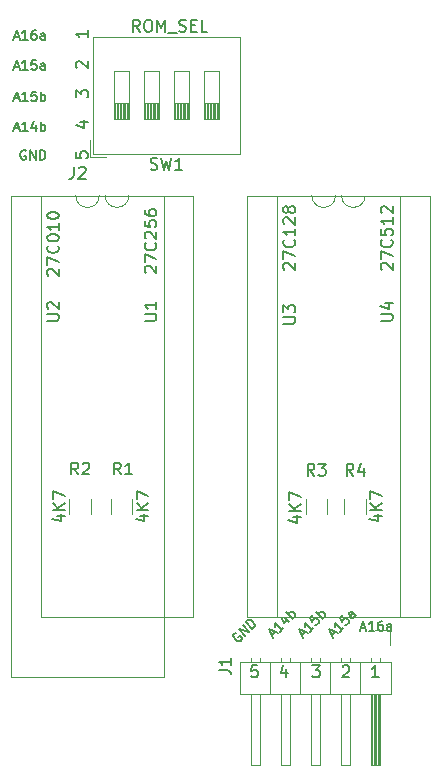
<source format=gto>
G04 #@! TF.GenerationSoftware,KiCad,Pcbnew,(5.1.6)-1*
G04 #@! TF.CreationDate,2020-09-26T15:55:14+03:00*
G04 #@! TF.ProjectId,CPC6128_MultiROM_1_2,43504336-3132-4385-9f4d-756c7469524f,rev?*
G04 #@! TF.SameCoordinates,Original*
G04 #@! TF.FileFunction,Legend,Top*
G04 #@! TF.FilePolarity,Positive*
%FSLAX46Y46*%
G04 Gerber Fmt 4.6, Leading zero omitted, Abs format (unit mm)*
G04 Created by KiCad (PCBNEW (5.1.6)-1) date 2020-09-26 15:55:14*
%MOMM*%
%LPD*%
G01*
G04 APERTURE LIST*
%ADD10C,0.150000*%
%ADD11C,0.120000*%
G04 APERTURE END LIST*
D10*
X124923714Y-56775333D02*
X125304666Y-56775333D01*
X124847523Y-57003904D02*
X125114190Y-56203904D01*
X125380857Y-57003904D01*
X126066571Y-57003904D02*
X125609428Y-57003904D01*
X125838000Y-57003904D02*
X125838000Y-56203904D01*
X125761809Y-56318190D01*
X125685619Y-56394380D01*
X125609428Y-56432476D01*
X126790380Y-56203904D02*
X126409428Y-56203904D01*
X126371333Y-56584857D01*
X126409428Y-56546761D01*
X126485619Y-56508666D01*
X126676095Y-56508666D01*
X126752285Y-56546761D01*
X126790380Y-56584857D01*
X126828476Y-56661047D01*
X126828476Y-56851523D01*
X126790380Y-56927714D01*
X126752285Y-56965809D01*
X126676095Y-57003904D01*
X126485619Y-57003904D01*
X126409428Y-56965809D01*
X126371333Y-56927714D01*
X127514190Y-57003904D02*
X127514190Y-56584857D01*
X127476095Y-56508666D01*
X127399904Y-56470571D01*
X127247523Y-56470571D01*
X127171333Y-56508666D01*
X127514190Y-56965809D02*
X127438000Y-57003904D01*
X127247523Y-57003904D01*
X127171333Y-56965809D01*
X127133238Y-56889619D01*
X127133238Y-56813428D01*
X127171333Y-56737238D01*
X127247523Y-56699142D01*
X127438000Y-56699142D01*
X127514190Y-56661047D01*
X124923714Y-59442333D02*
X125304666Y-59442333D01*
X124847523Y-59670904D02*
X125114190Y-58870904D01*
X125380857Y-59670904D01*
X126066571Y-59670904D02*
X125609428Y-59670904D01*
X125838000Y-59670904D02*
X125838000Y-58870904D01*
X125761809Y-58985190D01*
X125685619Y-59061380D01*
X125609428Y-59099476D01*
X126790380Y-58870904D02*
X126409428Y-58870904D01*
X126371333Y-59251857D01*
X126409428Y-59213761D01*
X126485619Y-59175666D01*
X126676095Y-59175666D01*
X126752285Y-59213761D01*
X126790380Y-59251857D01*
X126828476Y-59328047D01*
X126828476Y-59518523D01*
X126790380Y-59594714D01*
X126752285Y-59632809D01*
X126676095Y-59670904D01*
X126485619Y-59670904D01*
X126409428Y-59632809D01*
X126371333Y-59594714D01*
X127171333Y-59670904D02*
X127171333Y-58870904D01*
X127171333Y-59175666D02*
X127247523Y-59137571D01*
X127399904Y-59137571D01*
X127476095Y-59175666D01*
X127514190Y-59213761D01*
X127552285Y-59289952D01*
X127552285Y-59518523D01*
X127514190Y-59594714D01*
X127476095Y-59632809D01*
X127399904Y-59670904D01*
X127247523Y-59670904D01*
X127171333Y-59632809D01*
X124923714Y-54235333D02*
X125304666Y-54235333D01*
X124847523Y-54463904D02*
X125114190Y-53663904D01*
X125380857Y-54463904D01*
X126066571Y-54463904D02*
X125609428Y-54463904D01*
X125838000Y-54463904D02*
X125838000Y-53663904D01*
X125761809Y-53778190D01*
X125685619Y-53854380D01*
X125609428Y-53892476D01*
X126752285Y-53663904D02*
X126599904Y-53663904D01*
X126523714Y-53702000D01*
X126485619Y-53740095D01*
X126409428Y-53854380D01*
X126371333Y-54006761D01*
X126371333Y-54311523D01*
X126409428Y-54387714D01*
X126447523Y-54425809D01*
X126523714Y-54463904D01*
X126676095Y-54463904D01*
X126752285Y-54425809D01*
X126790380Y-54387714D01*
X126828476Y-54311523D01*
X126828476Y-54121047D01*
X126790380Y-54044857D01*
X126752285Y-54006761D01*
X126676095Y-53968666D01*
X126523714Y-53968666D01*
X126447523Y-54006761D01*
X126409428Y-54044857D01*
X126371333Y-54121047D01*
X127514190Y-54463904D02*
X127514190Y-54044857D01*
X127476095Y-53968666D01*
X127399904Y-53930571D01*
X127247523Y-53930571D01*
X127171333Y-53968666D01*
X127514190Y-54425809D02*
X127438000Y-54463904D01*
X127247523Y-54463904D01*
X127171333Y-54425809D01*
X127133238Y-54349619D01*
X127133238Y-54273428D01*
X127171333Y-54197238D01*
X127247523Y-54159142D01*
X127438000Y-54159142D01*
X127514190Y-54121047D01*
X124923714Y-61982333D02*
X125304666Y-61982333D01*
X124847523Y-62210904D02*
X125114190Y-61410904D01*
X125380857Y-62210904D01*
X126066571Y-62210904D02*
X125609428Y-62210904D01*
X125838000Y-62210904D02*
X125838000Y-61410904D01*
X125761809Y-61525190D01*
X125685619Y-61601380D01*
X125609428Y-61639476D01*
X126752285Y-61677571D02*
X126752285Y-62210904D01*
X126561809Y-61372809D02*
X126371333Y-61944238D01*
X126866571Y-61944238D01*
X127171333Y-62210904D02*
X127171333Y-61410904D01*
X127171333Y-61715666D02*
X127247523Y-61677571D01*
X127399904Y-61677571D01*
X127476095Y-61715666D01*
X127514190Y-61753761D01*
X127552285Y-61829952D01*
X127552285Y-62058523D01*
X127514190Y-62134714D01*
X127476095Y-62172809D01*
X127399904Y-62210904D01*
X127247523Y-62210904D01*
X127171333Y-62172809D01*
X125882476Y-63862000D02*
X125806285Y-63823904D01*
X125692000Y-63823904D01*
X125577714Y-63862000D01*
X125501523Y-63938190D01*
X125463428Y-64014380D01*
X125425333Y-64166761D01*
X125425333Y-64281047D01*
X125463428Y-64433428D01*
X125501523Y-64509619D01*
X125577714Y-64585809D01*
X125692000Y-64623904D01*
X125768190Y-64623904D01*
X125882476Y-64585809D01*
X125920571Y-64547714D01*
X125920571Y-64281047D01*
X125768190Y-64281047D01*
X126263428Y-64623904D02*
X126263428Y-63823904D01*
X126720571Y-64623904D01*
X126720571Y-63823904D01*
X127101523Y-64623904D02*
X127101523Y-63823904D01*
X127292000Y-63823904D01*
X127406285Y-63862000D01*
X127482476Y-63938190D01*
X127520571Y-64014380D01*
X127558666Y-64166761D01*
X127558666Y-64281047D01*
X127520571Y-64433428D01*
X127482476Y-64509619D01*
X127406285Y-64585809D01*
X127292000Y-64623904D01*
X127101523Y-64623904D01*
X130124380Y-63984904D02*
X130124380Y-64461095D01*
X130600571Y-64508714D01*
X130552952Y-64461095D01*
X130505333Y-64365857D01*
X130505333Y-64127761D01*
X130552952Y-64032523D01*
X130600571Y-63984904D01*
X130695809Y-63937285D01*
X130933904Y-63937285D01*
X131029142Y-63984904D01*
X131076761Y-64032523D01*
X131124380Y-64127761D01*
X131124380Y-64365857D01*
X131076761Y-64461095D01*
X131029142Y-64508714D01*
X130507714Y-61432523D02*
X131174380Y-61432523D01*
X130126761Y-61670619D02*
X130841047Y-61908714D01*
X130841047Y-61289666D01*
X130174380Y-59356333D02*
X130174380Y-58737285D01*
X130555333Y-59070619D01*
X130555333Y-58927761D01*
X130602952Y-58832523D01*
X130650571Y-58784904D01*
X130745809Y-58737285D01*
X130983904Y-58737285D01*
X131079142Y-58784904D01*
X131126761Y-58832523D01*
X131174380Y-58927761D01*
X131174380Y-59213476D01*
X131126761Y-59308714D01*
X131079142Y-59356333D01*
X130219619Y-56858714D02*
X130172000Y-56811095D01*
X130124380Y-56715857D01*
X130124380Y-56477761D01*
X130172000Y-56382523D01*
X130219619Y-56334904D01*
X130314857Y-56287285D01*
X130410095Y-56287285D01*
X130552952Y-56334904D01*
X131124380Y-56906333D01*
X131124380Y-56287285D01*
X131124380Y-53687285D02*
X131124380Y-54258714D01*
X131124380Y-53973000D02*
X130124380Y-53973000D01*
X130267238Y-54068238D01*
X130362476Y-54163476D01*
X130410095Y-54258714D01*
X155785714Y-108452380D02*
X155214285Y-108452380D01*
X155500000Y-108452380D02*
X155500000Y-107452380D01*
X155404761Y-107595238D01*
X155309523Y-107690476D01*
X155214285Y-107738095D01*
X152714285Y-107547619D02*
X152761904Y-107500000D01*
X152857142Y-107452380D01*
X153095238Y-107452380D01*
X153190476Y-107500000D01*
X153238095Y-107547619D01*
X153285714Y-107642857D01*
X153285714Y-107738095D01*
X153238095Y-107880952D01*
X152666666Y-108452380D01*
X153285714Y-108452380D01*
X150166666Y-107452380D02*
X150785714Y-107452380D01*
X150452380Y-107833333D01*
X150595238Y-107833333D01*
X150690476Y-107880952D01*
X150738095Y-107928571D01*
X150785714Y-108023809D01*
X150785714Y-108261904D01*
X150738095Y-108357142D01*
X150690476Y-108404761D01*
X150595238Y-108452380D01*
X150309523Y-108452380D01*
X150214285Y-108404761D01*
X150166666Y-108357142D01*
X147940476Y-107785714D02*
X147940476Y-108452380D01*
X147702380Y-107404761D02*
X147464285Y-108119047D01*
X148083333Y-108119047D01*
X145488095Y-107452380D02*
X145011904Y-107452380D01*
X144964285Y-107928571D01*
X145011904Y-107880952D01*
X145107142Y-107833333D01*
X145345238Y-107833333D01*
X145440476Y-107880952D01*
X145488095Y-107928571D01*
X145535714Y-108023809D01*
X145535714Y-108261904D01*
X145488095Y-108357142D01*
X145440476Y-108404761D01*
X145345238Y-108452380D01*
X145107142Y-108452380D01*
X145011904Y-108404761D01*
X144964285Y-108357142D01*
X143685158Y-104669155D02*
X143604346Y-104696093D01*
X143523534Y-104776905D01*
X143469659Y-104884654D01*
X143469659Y-104992404D01*
X143496597Y-105073216D01*
X143577409Y-105207903D01*
X143658221Y-105288715D01*
X143792908Y-105369528D01*
X143873720Y-105396465D01*
X143981470Y-105396465D01*
X144089219Y-105342590D01*
X144143094Y-105288715D01*
X144196969Y-105180966D01*
X144196969Y-105127091D01*
X144008407Y-104938529D01*
X143900658Y-105046279D01*
X144493280Y-104938529D02*
X143927595Y-104372844D01*
X144816529Y-104615280D01*
X144250844Y-104049595D01*
X145085903Y-104345906D02*
X144520218Y-103780221D01*
X144654905Y-103645534D01*
X144762654Y-103591659D01*
X144870404Y-103591659D01*
X144951216Y-103618597D01*
X145085903Y-103699409D01*
X145166715Y-103780221D01*
X145247528Y-103914908D01*
X145274465Y-103995720D01*
X145274465Y-104103470D01*
X145220590Y-104211219D01*
X145085903Y-104345906D01*
X146738940Y-104909621D02*
X147008314Y-104640247D01*
X146846690Y-105125120D02*
X146469566Y-104370873D01*
X147223813Y-104747996D01*
X147708687Y-104263123D02*
X147385438Y-104586372D01*
X147547062Y-104424748D02*
X146981377Y-103859062D01*
X147008314Y-103993749D01*
X147008314Y-104101499D01*
X146981377Y-104182311D01*
X147816436Y-103401126D02*
X148193560Y-103778250D01*
X147466250Y-103320314D02*
X147735624Y-103859062D01*
X148085810Y-103508876D01*
X148489871Y-103481938D02*
X147924186Y-102916253D01*
X148139685Y-103131752D02*
X148166622Y-103050940D01*
X148274372Y-102943190D01*
X148355184Y-102916253D01*
X148409059Y-102916253D01*
X148489871Y-102943190D01*
X148651496Y-103104815D01*
X148678433Y-103185627D01*
X148678433Y-103239502D01*
X148651496Y-103320314D01*
X148543746Y-103428064D01*
X148462934Y-103455001D01*
X149278940Y-104909621D02*
X149548314Y-104640247D01*
X149386690Y-105125120D02*
X149009566Y-104370873D01*
X149763813Y-104747996D01*
X150248687Y-104263123D02*
X149925438Y-104586372D01*
X150087062Y-104424748D02*
X149521377Y-103859062D01*
X149548314Y-103993749D01*
X149548314Y-104101499D01*
X149521377Y-104182311D01*
X150194812Y-103185627D02*
X149925438Y-103455001D01*
X150167874Y-103751312D01*
X150167874Y-103697438D01*
X150194812Y-103616625D01*
X150329499Y-103481938D01*
X150410311Y-103455001D01*
X150464186Y-103455001D01*
X150544998Y-103481938D01*
X150679685Y-103616625D01*
X150706622Y-103697438D01*
X150706622Y-103751312D01*
X150679685Y-103832125D01*
X150544998Y-103966812D01*
X150464186Y-103993749D01*
X150410311Y-103993749D01*
X151029871Y-103481938D02*
X150464186Y-102916253D01*
X150679685Y-103131752D02*
X150706622Y-103050940D01*
X150814372Y-102943190D01*
X150895184Y-102916253D01*
X150949059Y-102916253D01*
X151029871Y-102943190D01*
X151191496Y-103104815D01*
X151218433Y-103185627D01*
X151218433Y-103239502D01*
X151191496Y-103320314D01*
X151083746Y-103428064D01*
X151002934Y-103455001D01*
X154260714Y-104273333D02*
X154641666Y-104273333D01*
X154184523Y-104501904D02*
X154451190Y-103701904D01*
X154717857Y-104501904D01*
X155403571Y-104501904D02*
X154946428Y-104501904D01*
X155175000Y-104501904D02*
X155175000Y-103701904D01*
X155098809Y-103816190D01*
X155022619Y-103892380D01*
X154946428Y-103930476D01*
X156089285Y-103701904D02*
X155936904Y-103701904D01*
X155860714Y-103740000D01*
X155822619Y-103778095D01*
X155746428Y-103892380D01*
X155708333Y-104044761D01*
X155708333Y-104349523D01*
X155746428Y-104425714D01*
X155784523Y-104463809D01*
X155860714Y-104501904D01*
X156013095Y-104501904D01*
X156089285Y-104463809D01*
X156127380Y-104425714D01*
X156165476Y-104349523D01*
X156165476Y-104159047D01*
X156127380Y-104082857D01*
X156089285Y-104044761D01*
X156013095Y-104006666D01*
X155860714Y-104006666D01*
X155784523Y-104044761D01*
X155746428Y-104082857D01*
X155708333Y-104159047D01*
X156851190Y-104501904D02*
X156851190Y-104082857D01*
X156813095Y-104006666D01*
X156736904Y-103968571D01*
X156584523Y-103968571D01*
X156508333Y-104006666D01*
X156851190Y-104463809D02*
X156775000Y-104501904D01*
X156584523Y-104501904D01*
X156508333Y-104463809D01*
X156470238Y-104387619D01*
X156470238Y-104311428D01*
X156508333Y-104235238D01*
X156584523Y-104197142D01*
X156775000Y-104197142D01*
X156851190Y-104159047D01*
X151818940Y-104909621D02*
X152088314Y-104640247D01*
X151926690Y-105125120D02*
X151549566Y-104370873D01*
X152303813Y-104747996D01*
X152788687Y-104263123D02*
X152465438Y-104586372D01*
X152627062Y-104424748D02*
X152061377Y-103859062D01*
X152088314Y-103993749D01*
X152088314Y-104101499D01*
X152061377Y-104182311D01*
X152734812Y-103185627D02*
X152465438Y-103455001D01*
X152707874Y-103751312D01*
X152707874Y-103697438D01*
X152734812Y-103616625D01*
X152869499Y-103481938D01*
X152950311Y-103455001D01*
X153004186Y-103455001D01*
X153084998Y-103481938D01*
X153219685Y-103616625D01*
X153246622Y-103697438D01*
X153246622Y-103751312D01*
X153219685Y-103832125D01*
X153084998Y-103966812D01*
X153004186Y-103993749D01*
X152950311Y-103993749D01*
X153812308Y-103239502D02*
X153515996Y-102943190D01*
X153435184Y-102916253D01*
X153354372Y-102943190D01*
X153246622Y-103050940D01*
X153219685Y-103131752D01*
X153785370Y-103212564D02*
X153758433Y-103293377D01*
X153623746Y-103428064D01*
X153542934Y-103455001D01*
X153462122Y-103428064D01*
X153408247Y-103374189D01*
X153381309Y-103293377D01*
X153408247Y-103212564D01*
X153542934Y-103077877D01*
X153569871Y-102997065D01*
D11*
X152840000Y-94602064D02*
X152840000Y-93397936D01*
X154660000Y-94602064D02*
X154660000Y-93397936D01*
X149590000Y-94602064D02*
X149590000Y-93397936D01*
X151410000Y-94602064D02*
X151410000Y-93397936D01*
X129590000Y-94602064D02*
X129590000Y-93397936D01*
X131410000Y-94602064D02*
X131410000Y-93397936D01*
X133090000Y-94602064D02*
X133090000Y-93397936D01*
X134910000Y-94602064D02*
X134910000Y-93397936D01*
X140985000Y-59866667D02*
X142255000Y-59866667D01*
X142185000Y-61220000D02*
X142185000Y-59866667D01*
X142065000Y-61220000D02*
X142065000Y-59866667D01*
X141945000Y-61220000D02*
X141945000Y-59866667D01*
X141825000Y-61220000D02*
X141825000Y-59866667D01*
X141705000Y-61220000D02*
X141705000Y-59866667D01*
X141585000Y-61220000D02*
X141585000Y-59866667D01*
X141465000Y-61220000D02*
X141465000Y-59866667D01*
X141345000Y-61220000D02*
X141345000Y-59866667D01*
X141225000Y-61220000D02*
X141225000Y-59866667D01*
X141105000Y-61220000D02*
X141105000Y-59866667D01*
X140985000Y-57160000D02*
X140985000Y-61220000D01*
X142255000Y-57160000D02*
X140985000Y-57160000D01*
X142255000Y-61220000D02*
X142255000Y-57160000D01*
X140985000Y-61220000D02*
X142255000Y-61220000D01*
X138445000Y-59866667D02*
X139715000Y-59866667D01*
X139645000Y-61220000D02*
X139645000Y-59866667D01*
X139525000Y-61220000D02*
X139525000Y-59866667D01*
X139405000Y-61220000D02*
X139405000Y-59866667D01*
X139285000Y-61220000D02*
X139285000Y-59866667D01*
X139165000Y-61220000D02*
X139165000Y-59866667D01*
X139045000Y-61220000D02*
X139045000Y-59866667D01*
X138925000Y-61220000D02*
X138925000Y-59866667D01*
X138805000Y-61220000D02*
X138805000Y-59866667D01*
X138685000Y-61220000D02*
X138685000Y-59866667D01*
X138565000Y-61220000D02*
X138565000Y-59866667D01*
X138445000Y-57160000D02*
X138445000Y-61220000D01*
X139715000Y-57160000D02*
X138445000Y-57160000D01*
X139715000Y-61220000D02*
X139715000Y-57160000D01*
X138445000Y-61220000D02*
X139715000Y-61220000D01*
X135905000Y-59866667D02*
X137175000Y-59866667D01*
X137105000Y-61220000D02*
X137105000Y-59866667D01*
X136985000Y-61220000D02*
X136985000Y-59866667D01*
X136865000Y-61220000D02*
X136865000Y-59866667D01*
X136745000Y-61220000D02*
X136745000Y-59866667D01*
X136625000Y-61220000D02*
X136625000Y-59866667D01*
X136505000Y-61220000D02*
X136505000Y-59866667D01*
X136385000Y-61220000D02*
X136385000Y-59866667D01*
X136265000Y-61220000D02*
X136265000Y-59866667D01*
X136145000Y-61220000D02*
X136145000Y-59866667D01*
X136025000Y-61220000D02*
X136025000Y-59866667D01*
X135905000Y-57160000D02*
X135905000Y-61220000D01*
X137175000Y-57160000D02*
X135905000Y-57160000D01*
X137175000Y-61220000D02*
X137175000Y-57160000D01*
X135905000Y-61220000D02*
X137175000Y-61220000D01*
X133365000Y-59866667D02*
X134635000Y-59866667D01*
X134565000Y-61220000D02*
X134565000Y-59866667D01*
X134445000Y-61220000D02*
X134445000Y-59866667D01*
X134325000Y-61220000D02*
X134325000Y-59866667D01*
X134205000Y-61220000D02*
X134205000Y-59866667D01*
X134085000Y-61220000D02*
X134085000Y-59866667D01*
X133965000Y-61220000D02*
X133965000Y-59866667D01*
X133845000Y-61220000D02*
X133845000Y-59866667D01*
X133725000Y-61220000D02*
X133725000Y-59866667D01*
X133605000Y-61220000D02*
X133605000Y-59866667D01*
X133485000Y-61220000D02*
X133485000Y-59866667D01*
X133365000Y-57160000D02*
X133365000Y-61220000D01*
X134635000Y-57160000D02*
X133365000Y-57160000D01*
X134635000Y-61220000D02*
X134635000Y-57160000D01*
X133365000Y-61220000D02*
X134635000Y-61220000D01*
X131340000Y-64380000D02*
X132723000Y-64380000D01*
X131340000Y-64380000D02*
X131340000Y-62996000D01*
X131580000Y-54240000D02*
X144040000Y-54240000D01*
X131580000Y-64140000D02*
X144040000Y-64140000D01*
X144040000Y-64140000D02*
X144040000Y-54240000D01*
X131580000Y-64140000D02*
X131580000Y-54240000D01*
X157580000Y-67670000D02*
X152120000Y-67670000D01*
X157580000Y-103350000D02*
X157580000Y-67670000D01*
X144660000Y-103350000D02*
X157580000Y-103350000D01*
X144660000Y-67670000D02*
X144660000Y-103350000D01*
X150120000Y-67670000D02*
X144660000Y-67670000D01*
X152120000Y-67670000D02*
G75*
G02*
X150120000Y-67670000I-1000000J0D01*
G01*
X156770000Y-104480000D02*
X156770000Y-105750000D01*
X155500000Y-104480000D02*
X156770000Y-104480000D01*
X144960000Y-106792929D02*
X144960000Y-107190000D01*
X145720000Y-106792929D02*
X145720000Y-107190000D01*
X144960000Y-115850000D02*
X144960000Y-109850000D01*
X145720000Y-115850000D02*
X144960000Y-115850000D01*
X145720000Y-109850000D02*
X145720000Y-115850000D01*
X146610000Y-107190000D02*
X146610000Y-109850000D01*
X147500000Y-106792929D02*
X147500000Y-107190000D01*
X148260000Y-106792929D02*
X148260000Y-107190000D01*
X147500000Y-115850000D02*
X147500000Y-109850000D01*
X148260000Y-115850000D02*
X147500000Y-115850000D01*
X148260000Y-109850000D02*
X148260000Y-115850000D01*
X149150000Y-107190000D02*
X149150000Y-109850000D01*
X150040000Y-106792929D02*
X150040000Y-107190000D01*
X150800000Y-106792929D02*
X150800000Y-107190000D01*
X150040000Y-115850000D02*
X150040000Y-109850000D01*
X150800000Y-115850000D02*
X150040000Y-115850000D01*
X150800000Y-109850000D02*
X150800000Y-115850000D01*
X151690000Y-107190000D02*
X151690000Y-109850000D01*
X152580000Y-106792929D02*
X152580000Y-107190000D01*
X153340000Y-106792929D02*
X153340000Y-107190000D01*
X152580000Y-115850000D02*
X152580000Y-109850000D01*
X153340000Y-115850000D02*
X152580000Y-115850000D01*
X153340000Y-109850000D02*
X153340000Y-115850000D01*
X154230000Y-107190000D02*
X154230000Y-109850000D01*
X155120000Y-106860000D02*
X155120000Y-107190000D01*
X155880000Y-106860000D02*
X155880000Y-107190000D01*
X155220000Y-109850000D02*
X155220000Y-115850000D01*
X155340000Y-109850000D02*
X155340000Y-115850000D01*
X155460000Y-109850000D02*
X155460000Y-115850000D01*
X155580000Y-109850000D02*
X155580000Y-115850000D01*
X155700000Y-109850000D02*
X155700000Y-115850000D01*
X155820000Y-109850000D02*
X155820000Y-115850000D01*
X155120000Y-115850000D02*
X155120000Y-109850000D01*
X155880000Y-115850000D02*
X155120000Y-115850000D01*
X155880000Y-109850000D02*
X155880000Y-115850000D01*
X156830000Y-109850000D02*
X156830000Y-107190000D01*
X144010000Y-109850000D02*
X156830000Y-109850000D01*
X144010000Y-107190000D02*
X144010000Y-109850000D01*
X156830000Y-107190000D02*
X144010000Y-107190000D01*
X160080000Y-67670000D02*
X154620000Y-67670000D01*
X160080000Y-103350000D02*
X160080000Y-67670000D01*
X147160000Y-103350000D02*
X160080000Y-103350000D01*
X147160000Y-67670000D02*
X147160000Y-103350000D01*
X152620000Y-67670000D02*
X147160000Y-67670000D01*
X154620000Y-67670000D02*
G75*
G02*
X152620000Y-67670000I-1000000J0D01*
G01*
X137580000Y-67670000D02*
X132120000Y-67670000D01*
X137580000Y-108430000D02*
X137580000Y-67670000D01*
X124660000Y-108430000D02*
X137580000Y-108430000D01*
X124660000Y-67670000D02*
X124660000Y-108430000D01*
X130120000Y-67670000D02*
X124660000Y-67670000D01*
X132120000Y-67670000D02*
G75*
G02*
X130120000Y-67670000I-1000000J0D01*
G01*
X140080000Y-67670000D02*
X134620000Y-67670000D01*
X140080000Y-103350000D02*
X140080000Y-67670000D01*
X127160000Y-103350000D02*
X140080000Y-103350000D01*
X127160000Y-67670000D02*
X127160000Y-103350000D01*
X132620000Y-67670000D02*
X127160000Y-67670000D01*
X134620000Y-67670000D02*
G75*
G02*
X132620000Y-67670000I-1000000J0D01*
G01*
D10*
X153630333Y-91384380D02*
X153297000Y-90908190D01*
X153058904Y-91384380D02*
X153058904Y-90384380D01*
X153439857Y-90384380D01*
X153535095Y-90432000D01*
X153582714Y-90479619D01*
X153630333Y-90574857D01*
X153630333Y-90717714D01*
X153582714Y-90812952D01*
X153535095Y-90860571D01*
X153439857Y-90908190D01*
X153058904Y-90908190D01*
X154487476Y-90717714D02*
X154487476Y-91384380D01*
X154249380Y-90336761D02*
X154011285Y-91051047D01*
X154630333Y-91051047D01*
X155355714Y-94785714D02*
X156022380Y-94785714D01*
X154974761Y-95023809D02*
X155689047Y-95261904D01*
X155689047Y-94642857D01*
X156022380Y-94261904D02*
X155022380Y-94261904D01*
X156022380Y-93690476D02*
X155450952Y-94119047D01*
X155022380Y-93690476D02*
X155593809Y-94261904D01*
X155022380Y-93357142D02*
X155022380Y-92690476D01*
X156022380Y-93119047D01*
X150328333Y-91384380D02*
X149995000Y-90908190D01*
X149756904Y-91384380D02*
X149756904Y-90384380D01*
X150137857Y-90384380D01*
X150233095Y-90432000D01*
X150280714Y-90479619D01*
X150328333Y-90574857D01*
X150328333Y-90717714D01*
X150280714Y-90812952D01*
X150233095Y-90860571D01*
X150137857Y-90908190D01*
X149756904Y-90908190D01*
X150661666Y-90384380D02*
X151280714Y-90384380D01*
X150947380Y-90765333D01*
X151090238Y-90765333D01*
X151185476Y-90812952D01*
X151233095Y-90860571D01*
X151280714Y-90955809D01*
X151280714Y-91193904D01*
X151233095Y-91289142D01*
X151185476Y-91336761D01*
X151090238Y-91384380D01*
X150804523Y-91384380D01*
X150709285Y-91336761D01*
X150661666Y-91289142D01*
X148502714Y-94892714D02*
X149169380Y-94892714D01*
X148121761Y-95130809D02*
X148836047Y-95368904D01*
X148836047Y-94749857D01*
X149169380Y-94368904D02*
X148169380Y-94368904D01*
X149169380Y-93797476D02*
X148597952Y-94226047D01*
X148169380Y-93797476D02*
X148740809Y-94368904D01*
X148169380Y-93464142D02*
X148169380Y-92797476D01*
X149169380Y-93226047D01*
X130333333Y-91273380D02*
X130000000Y-90797190D01*
X129761904Y-91273380D02*
X129761904Y-90273380D01*
X130142857Y-90273380D01*
X130238095Y-90321000D01*
X130285714Y-90368619D01*
X130333333Y-90463857D01*
X130333333Y-90606714D01*
X130285714Y-90701952D01*
X130238095Y-90749571D01*
X130142857Y-90797190D01*
X129761904Y-90797190D01*
X130714285Y-90368619D02*
X130761904Y-90321000D01*
X130857142Y-90273380D01*
X131095238Y-90273380D01*
X131190476Y-90321000D01*
X131238095Y-90368619D01*
X131285714Y-90463857D01*
X131285714Y-90559095D01*
X131238095Y-90701952D01*
X130666666Y-91273380D01*
X131285714Y-91273380D01*
X128507714Y-94785714D02*
X129174380Y-94785714D01*
X128126761Y-95023809D02*
X128841047Y-95261904D01*
X128841047Y-94642857D01*
X129174380Y-94261904D02*
X128174380Y-94261904D01*
X129174380Y-93690476D02*
X128602952Y-94119047D01*
X128174380Y-93690476D02*
X128745809Y-94261904D01*
X128174380Y-93357142D02*
X128174380Y-92690476D01*
X129174380Y-93119047D01*
X133945333Y-91273380D02*
X133612000Y-90797190D01*
X133373904Y-91273380D02*
X133373904Y-90273380D01*
X133754857Y-90273380D01*
X133850095Y-90321000D01*
X133897714Y-90368619D01*
X133945333Y-90463857D01*
X133945333Y-90606714D01*
X133897714Y-90701952D01*
X133850095Y-90749571D01*
X133754857Y-90797190D01*
X133373904Y-90797190D01*
X134897714Y-91273380D02*
X134326285Y-91273380D01*
X134612000Y-91273380D02*
X134612000Y-90273380D01*
X134516761Y-90416238D01*
X134421523Y-90511476D01*
X134326285Y-90559095D01*
X135605714Y-94785714D02*
X136272380Y-94785714D01*
X135224761Y-95023809D02*
X135939047Y-95261904D01*
X135939047Y-94642857D01*
X136272380Y-94261904D02*
X135272380Y-94261904D01*
X136272380Y-93690476D02*
X135700952Y-94119047D01*
X135272380Y-93690476D02*
X135843809Y-94261904D01*
X135272380Y-93357142D02*
X135272380Y-92690476D01*
X136272380Y-93119047D01*
X136466666Y-65428761D02*
X136609523Y-65476380D01*
X136847619Y-65476380D01*
X136942857Y-65428761D01*
X136990476Y-65381142D01*
X137038095Y-65285904D01*
X137038095Y-65190666D01*
X136990476Y-65095428D01*
X136942857Y-65047809D01*
X136847619Y-65000190D01*
X136657142Y-64952571D01*
X136561904Y-64904952D01*
X136514285Y-64857333D01*
X136466666Y-64762095D01*
X136466666Y-64666857D01*
X136514285Y-64571619D01*
X136561904Y-64524000D01*
X136657142Y-64476380D01*
X136895238Y-64476380D01*
X137038095Y-64524000D01*
X137371428Y-64476380D02*
X137609523Y-65476380D01*
X137800000Y-64762095D01*
X137990476Y-65476380D01*
X138228571Y-64476380D01*
X139133333Y-65476380D02*
X138561904Y-65476380D01*
X138847619Y-65476380D02*
X138847619Y-64476380D01*
X138752380Y-64619238D01*
X138657142Y-64714476D01*
X138561904Y-64762095D01*
X135549000Y-53792380D02*
X135215666Y-53316190D01*
X134977571Y-53792380D02*
X134977571Y-52792380D01*
X135358523Y-52792380D01*
X135453761Y-52840000D01*
X135501380Y-52887619D01*
X135549000Y-52982857D01*
X135549000Y-53125714D01*
X135501380Y-53220952D01*
X135453761Y-53268571D01*
X135358523Y-53316190D01*
X134977571Y-53316190D01*
X136168047Y-52792380D02*
X136358523Y-52792380D01*
X136453761Y-52840000D01*
X136549000Y-52935238D01*
X136596619Y-53125714D01*
X136596619Y-53459047D01*
X136549000Y-53649523D01*
X136453761Y-53744761D01*
X136358523Y-53792380D01*
X136168047Y-53792380D01*
X136072809Y-53744761D01*
X135977571Y-53649523D01*
X135929952Y-53459047D01*
X135929952Y-53125714D01*
X135977571Y-52935238D01*
X136072809Y-52840000D01*
X136168047Y-52792380D01*
X137025190Y-53792380D02*
X137025190Y-52792380D01*
X137358523Y-53506666D01*
X137691857Y-52792380D01*
X137691857Y-53792380D01*
X137929952Y-53887619D02*
X138691857Y-53887619D01*
X138882333Y-53744761D02*
X139025190Y-53792380D01*
X139263285Y-53792380D01*
X139358523Y-53744761D01*
X139406142Y-53697142D01*
X139453761Y-53601904D01*
X139453761Y-53506666D01*
X139406142Y-53411428D01*
X139358523Y-53363809D01*
X139263285Y-53316190D01*
X139072809Y-53268571D01*
X138977571Y-53220952D01*
X138929952Y-53173333D01*
X138882333Y-53078095D01*
X138882333Y-52982857D01*
X138929952Y-52887619D01*
X138977571Y-52840000D01*
X139072809Y-52792380D01*
X139310904Y-52792380D01*
X139453761Y-52840000D01*
X139882333Y-53268571D02*
X140215666Y-53268571D01*
X140358523Y-53792380D02*
X139882333Y-53792380D01*
X139882333Y-52792380D01*
X140358523Y-52792380D01*
X141263285Y-53792380D02*
X140787095Y-53792380D01*
X140787095Y-52792380D01*
X129968666Y-65238380D02*
X129968666Y-65952666D01*
X129921047Y-66095523D01*
X129825809Y-66190761D01*
X129682952Y-66238380D01*
X129587714Y-66238380D01*
X130397238Y-65333619D02*
X130444857Y-65286000D01*
X130540095Y-65238380D01*
X130778190Y-65238380D01*
X130873428Y-65286000D01*
X130921047Y-65333619D01*
X130968666Y-65428857D01*
X130968666Y-65524095D01*
X130921047Y-65666952D01*
X130349619Y-66238380D01*
X130968666Y-66238380D01*
X147702380Y-78511904D02*
X148511904Y-78511904D01*
X148607142Y-78464285D01*
X148654761Y-78416666D01*
X148702380Y-78321428D01*
X148702380Y-78130952D01*
X148654761Y-78035714D01*
X148607142Y-77988095D01*
X148511904Y-77940476D01*
X147702380Y-77940476D01*
X147702380Y-77559523D02*
X147702380Y-76940476D01*
X148083333Y-77273809D01*
X148083333Y-77130952D01*
X148130952Y-77035714D01*
X148178571Y-76988095D01*
X148273809Y-76940476D01*
X148511904Y-76940476D01*
X148607142Y-76988095D01*
X148654761Y-77035714D01*
X148702380Y-77130952D01*
X148702380Y-77416666D01*
X148654761Y-77511904D01*
X148607142Y-77559523D01*
X147797619Y-73940476D02*
X147750000Y-73892857D01*
X147702380Y-73797619D01*
X147702380Y-73559523D01*
X147750000Y-73464285D01*
X147797619Y-73416666D01*
X147892857Y-73369047D01*
X147988095Y-73369047D01*
X148130952Y-73416666D01*
X148702380Y-73988095D01*
X148702380Y-73369047D01*
X147702380Y-73035714D02*
X147702380Y-72369047D01*
X148702380Y-72797619D01*
X148607142Y-71416666D02*
X148654761Y-71464285D01*
X148702380Y-71607142D01*
X148702380Y-71702380D01*
X148654761Y-71845238D01*
X148559523Y-71940476D01*
X148464285Y-71988095D01*
X148273809Y-72035714D01*
X148130952Y-72035714D01*
X147940476Y-71988095D01*
X147845238Y-71940476D01*
X147750000Y-71845238D01*
X147702380Y-71702380D01*
X147702380Y-71607142D01*
X147750000Y-71464285D01*
X147797619Y-71416666D01*
X148702380Y-70464285D02*
X148702380Y-71035714D01*
X148702380Y-70750000D02*
X147702380Y-70750000D01*
X147845238Y-70845238D01*
X147940476Y-70940476D01*
X147988095Y-71035714D01*
X147797619Y-70083333D02*
X147750000Y-70035714D01*
X147702380Y-69940476D01*
X147702380Y-69702380D01*
X147750000Y-69607142D01*
X147797619Y-69559523D01*
X147892857Y-69511904D01*
X147988095Y-69511904D01*
X148130952Y-69559523D01*
X148702380Y-70130952D01*
X148702380Y-69511904D01*
X148130952Y-68940476D02*
X148083333Y-69035714D01*
X148035714Y-69083333D01*
X147940476Y-69130952D01*
X147892857Y-69130952D01*
X147797619Y-69083333D01*
X147750000Y-69035714D01*
X147702380Y-68940476D01*
X147702380Y-68750000D01*
X147750000Y-68654761D01*
X147797619Y-68607142D01*
X147892857Y-68559523D01*
X147940476Y-68559523D01*
X148035714Y-68607142D01*
X148083333Y-68654761D01*
X148130952Y-68750000D01*
X148130952Y-68940476D01*
X148178571Y-69035714D01*
X148226190Y-69083333D01*
X148321428Y-69130952D01*
X148511904Y-69130952D01*
X148607142Y-69083333D01*
X148654761Y-69035714D01*
X148702380Y-68940476D01*
X148702380Y-68750000D01*
X148654761Y-68654761D01*
X148607142Y-68607142D01*
X148511904Y-68559523D01*
X148321428Y-68559523D01*
X148226190Y-68607142D01*
X148178571Y-68654761D01*
X148130952Y-68750000D01*
X142252380Y-107833333D02*
X142966666Y-107833333D01*
X143109523Y-107880952D01*
X143204761Y-107976190D01*
X143252380Y-108119047D01*
X143252380Y-108214285D01*
X143252380Y-106833333D02*
X143252380Y-107404761D01*
X143252380Y-107119047D02*
X142252380Y-107119047D01*
X142395238Y-107214285D01*
X142490476Y-107309523D01*
X142538095Y-107404761D01*
X155952380Y-78261904D02*
X156761904Y-78261904D01*
X156857142Y-78214285D01*
X156904761Y-78166666D01*
X156952380Y-78071428D01*
X156952380Y-77880952D01*
X156904761Y-77785714D01*
X156857142Y-77738095D01*
X156761904Y-77690476D01*
X155952380Y-77690476D01*
X156285714Y-76785714D02*
X156952380Y-76785714D01*
X155904761Y-77023809D02*
X156619047Y-77261904D01*
X156619047Y-76642857D01*
X156047619Y-73940476D02*
X156000000Y-73892857D01*
X155952380Y-73797619D01*
X155952380Y-73559523D01*
X156000000Y-73464285D01*
X156047619Y-73416666D01*
X156142857Y-73369047D01*
X156238095Y-73369047D01*
X156380952Y-73416666D01*
X156952380Y-73988095D01*
X156952380Y-73369047D01*
X155952380Y-73035714D02*
X155952380Y-72369047D01*
X156952380Y-72797619D01*
X156857142Y-71416666D02*
X156904761Y-71464285D01*
X156952380Y-71607142D01*
X156952380Y-71702380D01*
X156904761Y-71845238D01*
X156809523Y-71940476D01*
X156714285Y-71988095D01*
X156523809Y-72035714D01*
X156380952Y-72035714D01*
X156190476Y-71988095D01*
X156095238Y-71940476D01*
X156000000Y-71845238D01*
X155952380Y-71702380D01*
X155952380Y-71607142D01*
X156000000Y-71464285D01*
X156047619Y-71416666D01*
X155952380Y-70511904D02*
X155952380Y-70988095D01*
X156428571Y-71035714D01*
X156380952Y-70988095D01*
X156333333Y-70892857D01*
X156333333Y-70654761D01*
X156380952Y-70559523D01*
X156428571Y-70511904D01*
X156523809Y-70464285D01*
X156761904Y-70464285D01*
X156857142Y-70511904D01*
X156904761Y-70559523D01*
X156952380Y-70654761D01*
X156952380Y-70892857D01*
X156904761Y-70988095D01*
X156857142Y-71035714D01*
X156952380Y-69511904D02*
X156952380Y-70083333D01*
X156952380Y-69797619D02*
X155952380Y-69797619D01*
X156095238Y-69892857D01*
X156190476Y-69988095D01*
X156238095Y-70083333D01*
X156047619Y-69130952D02*
X156000000Y-69083333D01*
X155952380Y-68988095D01*
X155952380Y-68750000D01*
X156000000Y-68654761D01*
X156047619Y-68607142D01*
X156142857Y-68559523D01*
X156238095Y-68559523D01*
X156380952Y-68607142D01*
X156952380Y-69178571D01*
X156952380Y-68559523D01*
X127702380Y-78261904D02*
X128511904Y-78261904D01*
X128607142Y-78214285D01*
X128654761Y-78166666D01*
X128702380Y-78071428D01*
X128702380Y-77880952D01*
X128654761Y-77785714D01*
X128607142Y-77738095D01*
X128511904Y-77690476D01*
X127702380Y-77690476D01*
X127797619Y-77261904D02*
X127750000Y-77214285D01*
X127702380Y-77119047D01*
X127702380Y-76880952D01*
X127750000Y-76785714D01*
X127797619Y-76738095D01*
X127892857Y-76690476D01*
X127988095Y-76690476D01*
X128130952Y-76738095D01*
X128702380Y-77309523D01*
X128702380Y-76690476D01*
X127797619Y-74440476D02*
X127750000Y-74392857D01*
X127702380Y-74297619D01*
X127702380Y-74059523D01*
X127750000Y-73964285D01*
X127797619Y-73916666D01*
X127892857Y-73869047D01*
X127988095Y-73869047D01*
X128130952Y-73916666D01*
X128702380Y-74488095D01*
X128702380Y-73869047D01*
X127702380Y-73535714D02*
X127702380Y-72869047D01*
X128702380Y-73297619D01*
X128607142Y-71916666D02*
X128654761Y-71964285D01*
X128702380Y-72107142D01*
X128702380Y-72202380D01*
X128654761Y-72345238D01*
X128559523Y-72440476D01*
X128464285Y-72488095D01*
X128273809Y-72535714D01*
X128130952Y-72535714D01*
X127940476Y-72488095D01*
X127845238Y-72440476D01*
X127750000Y-72345238D01*
X127702380Y-72202380D01*
X127702380Y-72107142D01*
X127750000Y-71964285D01*
X127797619Y-71916666D01*
X127702380Y-71297619D02*
X127702380Y-71202380D01*
X127750000Y-71107142D01*
X127797619Y-71059523D01*
X127892857Y-71011904D01*
X128083333Y-70964285D01*
X128321428Y-70964285D01*
X128511904Y-71011904D01*
X128607142Y-71059523D01*
X128654761Y-71107142D01*
X128702380Y-71202380D01*
X128702380Y-71297619D01*
X128654761Y-71392857D01*
X128607142Y-71440476D01*
X128511904Y-71488095D01*
X128321428Y-71535714D01*
X128083333Y-71535714D01*
X127892857Y-71488095D01*
X127797619Y-71440476D01*
X127750000Y-71392857D01*
X127702380Y-71297619D01*
X128702380Y-70011904D02*
X128702380Y-70583333D01*
X128702380Y-70297619D02*
X127702380Y-70297619D01*
X127845238Y-70392857D01*
X127940476Y-70488095D01*
X127988095Y-70583333D01*
X127702380Y-69392857D02*
X127702380Y-69297619D01*
X127750000Y-69202380D01*
X127797619Y-69154761D01*
X127892857Y-69107142D01*
X128083333Y-69059523D01*
X128321428Y-69059523D01*
X128511904Y-69107142D01*
X128607142Y-69154761D01*
X128654761Y-69202380D01*
X128702380Y-69297619D01*
X128702380Y-69392857D01*
X128654761Y-69488095D01*
X128607142Y-69535714D01*
X128511904Y-69583333D01*
X128321428Y-69630952D01*
X128083333Y-69630952D01*
X127892857Y-69583333D01*
X127797619Y-69535714D01*
X127750000Y-69488095D01*
X127702380Y-69392857D01*
X135952380Y-78261904D02*
X136761904Y-78261904D01*
X136857142Y-78214285D01*
X136904761Y-78166666D01*
X136952380Y-78071428D01*
X136952380Y-77880952D01*
X136904761Y-77785714D01*
X136857142Y-77738095D01*
X136761904Y-77690476D01*
X135952380Y-77690476D01*
X136952380Y-76690476D02*
X136952380Y-77261904D01*
X136952380Y-76976190D02*
X135952380Y-76976190D01*
X136095238Y-77071428D01*
X136190476Y-77166666D01*
X136238095Y-77261904D01*
X136047619Y-74190476D02*
X136000000Y-74142857D01*
X135952380Y-74047619D01*
X135952380Y-73809523D01*
X136000000Y-73714285D01*
X136047619Y-73666666D01*
X136142857Y-73619047D01*
X136238095Y-73619047D01*
X136380952Y-73666666D01*
X136952380Y-74238095D01*
X136952380Y-73619047D01*
X135952380Y-73285714D02*
X135952380Y-72619047D01*
X136952380Y-73047619D01*
X136857142Y-71666666D02*
X136904761Y-71714285D01*
X136952380Y-71857142D01*
X136952380Y-71952380D01*
X136904761Y-72095238D01*
X136809523Y-72190476D01*
X136714285Y-72238095D01*
X136523809Y-72285714D01*
X136380952Y-72285714D01*
X136190476Y-72238095D01*
X136095238Y-72190476D01*
X136000000Y-72095238D01*
X135952380Y-71952380D01*
X135952380Y-71857142D01*
X136000000Y-71714285D01*
X136047619Y-71666666D01*
X136047619Y-71285714D02*
X136000000Y-71238095D01*
X135952380Y-71142857D01*
X135952380Y-70904761D01*
X136000000Y-70809523D01*
X136047619Y-70761904D01*
X136142857Y-70714285D01*
X136238095Y-70714285D01*
X136380952Y-70761904D01*
X136952380Y-71333333D01*
X136952380Y-70714285D01*
X135952380Y-69809523D02*
X135952380Y-70285714D01*
X136428571Y-70333333D01*
X136380952Y-70285714D01*
X136333333Y-70190476D01*
X136333333Y-69952380D01*
X136380952Y-69857142D01*
X136428571Y-69809523D01*
X136523809Y-69761904D01*
X136761904Y-69761904D01*
X136857142Y-69809523D01*
X136904761Y-69857142D01*
X136952380Y-69952380D01*
X136952380Y-70190476D01*
X136904761Y-70285714D01*
X136857142Y-70333333D01*
X135952380Y-68904761D02*
X135952380Y-69095238D01*
X136000000Y-69190476D01*
X136047619Y-69238095D01*
X136190476Y-69333333D01*
X136380952Y-69380952D01*
X136761904Y-69380952D01*
X136857142Y-69333333D01*
X136904761Y-69285714D01*
X136952380Y-69190476D01*
X136952380Y-69000000D01*
X136904761Y-68904761D01*
X136857142Y-68857142D01*
X136761904Y-68809523D01*
X136523809Y-68809523D01*
X136428571Y-68857142D01*
X136380952Y-68904761D01*
X136333333Y-69000000D01*
X136333333Y-69190476D01*
X136380952Y-69285714D01*
X136428571Y-69333333D01*
X136523809Y-69380952D01*
M02*

</source>
